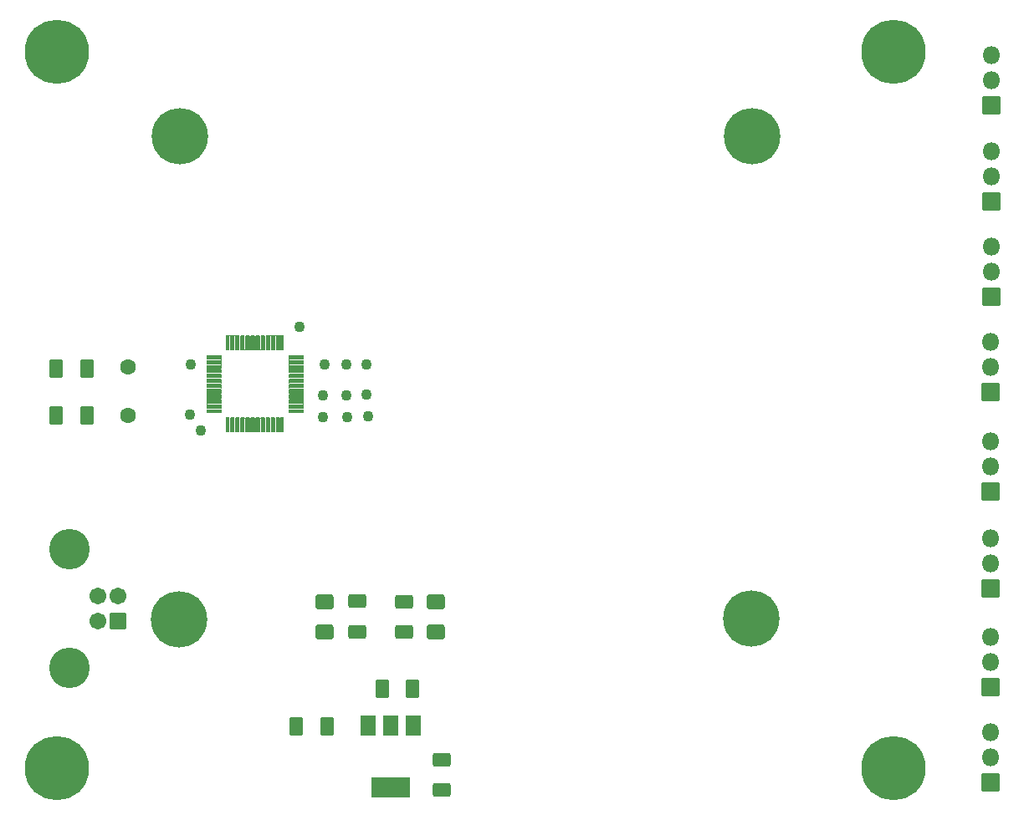
<source format=gbr>
G04 #@! TF.GenerationSoftware,KiCad,Pcbnew,6.0.5-a6ca702e91~116~ubuntu20.04.1*
G04 #@! TF.CreationDate,2022-05-19T12:12:02+02:00*
G04 #@! TF.ProjectId,octoserial,6f63746f-7365-4726-9961-6c2e6b696361,rev?*
G04 #@! TF.SameCoordinates,Original*
G04 #@! TF.FileFunction,Soldermask,Top*
G04 #@! TF.FilePolarity,Negative*
%FSLAX46Y46*%
G04 Gerber Fmt 4.6, Leading zero omitted, Abs format (unit mm)*
G04 Created by KiCad (PCBNEW 6.0.5-a6ca702e91~116~ubuntu20.04.1) date 2022-05-19 12:12:02*
%MOMM*%
%LPD*%
G01*
G04 APERTURE LIST*
G04 Aperture macros list*
%AMRoundRect*
0 Rectangle with rounded corners*
0 $1 Rounding radius*
0 $2 $3 $4 $5 $6 $7 $8 $9 X,Y pos of 4 corners*
0 Add a 4 corners polygon primitive as box body*
4,1,4,$2,$3,$4,$5,$6,$7,$8,$9,$2,$3,0*
0 Add four circle primitives for the rounded corners*
1,1,$1+$1,$2,$3*
1,1,$1+$1,$4,$5*
1,1,$1+$1,$6,$7*
1,1,$1+$1,$8,$9*
0 Add four rect primitives between the rounded corners*
20,1,$1+$1,$2,$3,$4,$5,0*
20,1,$1+$1,$4,$5,$6,$7,0*
20,1,$1+$1,$6,$7,$8,$9,0*
20,1,$1+$1,$8,$9,$2,$3,0*%
G04 Aperture macros list end*
%ADD10C,4.102000*%
%ADD11C,1.702000*%
%ADD12RoundRect,0.051000X-0.800000X0.800000X-0.800000X-0.800000X0.800000X-0.800000X0.800000X0.800000X0*%
%ADD13RoundRect,0.301000X0.625000X-0.400000X0.625000X0.400000X-0.625000X0.400000X-0.625000X-0.400000X0*%
%ADD14RoundRect,0.301000X0.412500X0.650000X-0.412500X0.650000X-0.412500X-0.650000X0.412500X-0.650000X0*%
%ADD15RoundRect,0.301000X-0.412500X-0.650000X0.412500X-0.650000X0.412500X0.650000X-0.412500X0.650000X0*%
%ADD16C,5.702000*%
%ADD17C,1.102000*%
%ADD18RoundRect,0.301001X0.624999X-0.462499X0.624999X0.462499X-0.624999X0.462499X-0.624999X-0.462499X0*%
%ADD19RoundRect,0.126000X-0.662500X-0.075000X0.662500X-0.075000X0.662500X0.075000X-0.662500X0.075000X0*%
%ADD20RoundRect,0.126000X-0.075000X-0.662500X0.075000X-0.662500X0.075000X0.662500X-0.075000X0.662500X0*%
%ADD21RoundRect,0.051000X0.850000X0.850000X-0.850000X0.850000X-0.850000X-0.850000X0.850000X-0.850000X0*%
%ADD22O,1.802000X1.802000*%
%ADD23C,6.502000*%
%ADD24C,1.602000*%
%ADD25RoundRect,0.051000X-0.750000X1.000000X-0.750000X-1.000000X0.750000X-1.000000X0.750000X1.000000X0*%
%ADD26RoundRect,0.051000X-1.900000X1.000000X-1.900000X-1.000000X1.900000X-1.000000X1.900000X1.000000X0*%
G04 APERTURE END LIST*
D10*
X48847500Y-103850000D03*
X48847500Y-91850000D03*
D11*
X51707500Y-99100000D03*
X51707500Y-96600000D03*
X53707500Y-96600000D03*
D12*
X53707500Y-99100000D03*
D13*
X86500000Y-116250000D03*
X86500000Y-113150000D03*
X77900000Y-100237500D03*
X77900000Y-97137500D03*
X82700000Y-100250000D03*
X82700000Y-97150000D03*
D14*
X50612500Y-78300000D03*
X47487500Y-78300000D03*
X50562500Y-73550000D03*
X47437500Y-73550000D03*
D15*
X80437500Y-106000000D03*
X83562500Y-106000000D03*
D14*
X74862500Y-109800000D03*
X71737500Y-109800000D03*
D16*
X59900000Y-99000000D03*
X117800000Y-98900000D03*
X117900000Y-50000000D03*
X60000000Y-50000000D03*
D17*
X79000000Y-78400000D03*
X76900000Y-78500000D03*
X62100000Y-79800000D03*
X74500000Y-78500000D03*
X61000000Y-78200000D03*
X78900000Y-76200000D03*
X76800000Y-76300000D03*
X74500000Y-76300000D03*
X78900000Y-73100000D03*
X76800000Y-73100000D03*
X74600000Y-73100000D03*
X61100000Y-73100000D03*
X72100000Y-69300000D03*
D18*
X74600000Y-100187500D03*
X74600000Y-97212500D03*
X85900000Y-100187500D03*
X85900000Y-97212500D03*
D19*
X63437500Y-72350000D03*
X63437500Y-72850000D03*
X63437500Y-73350000D03*
X63437500Y-73850000D03*
X63437500Y-74350000D03*
X63437500Y-74850000D03*
X63437500Y-75350000D03*
X63437500Y-75850000D03*
X63437500Y-76350000D03*
X63437500Y-76850000D03*
X63437500Y-77350000D03*
X63437500Y-77850000D03*
D20*
X64850000Y-79262500D03*
X65350000Y-79262500D03*
X65850000Y-79262500D03*
X66350000Y-79262500D03*
X66850000Y-79262500D03*
X67350000Y-79262500D03*
X67850000Y-79262500D03*
X68350000Y-79262500D03*
X68850000Y-79262500D03*
X69350000Y-79262500D03*
X69850000Y-79262500D03*
X70350000Y-79262500D03*
D19*
X71762500Y-77850000D03*
X71762500Y-77350000D03*
X71762500Y-76850000D03*
X71762500Y-76350000D03*
X71762500Y-75850000D03*
X71762500Y-75350000D03*
X71762500Y-74850000D03*
X71762500Y-74350000D03*
X71762500Y-73850000D03*
X71762500Y-73350000D03*
X71762500Y-72850000D03*
X71762500Y-72350000D03*
D20*
X70350000Y-70937500D03*
X69850000Y-70937500D03*
X69350000Y-70937500D03*
X68850000Y-70937500D03*
X68350000Y-70937500D03*
X67850000Y-70937500D03*
X67350000Y-70937500D03*
X66850000Y-70937500D03*
X66350000Y-70937500D03*
X65850000Y-70937500D03*
X65350000Y-70937500D03*
X64850000Y-70937500D03*
D21*
X142100000Y-46900000D03*
D22*
X142100000Y-44360000D03*
X142100000Y-41820000D03*
D21*
X142100000Y-56600000D03*
D22*
X142100000Y-54060000D03*
X142100000Y-51520000D03*
D21*
X142100000Y-66300000D03*
D22*
X142100000Y-63760000D03*
X142100000Y-61220000D03*
D21*
X142000000Y-75900000D03*
D22*
X142000000Y-73360000D03*
X142000000Y-70820000D03*
D23*
X132200000Y-114050000D03*
X47500000Y-114050000D03*
X47500000Y-41450000D03*
X132200000Y-41500000D03*
D24*
X54750000Y-73400000D03*
X54750000Y-78280000D03*
D21*
X142000000Y-86000000D03*
D22*
X142000000Y-83460000D03*
X142000000Y-80920000D03*
D21*
X142000000Y-95800000D03*
D22*
X142000000Y-93260000D03*
X142000000Y-90720000D03*
D21*
X142000000Y-105800000D03*
D22*
X142000000Y-103260000D03*
X142000000Y-100720000D03*
D21*
X142000000Y-115500000D03*
D22*
X142000000Y-112960000D03*
X142000000Y-110420000D03*
D25*
X83600000Y-109700000D03*
D26*
X81300000Y-116000000D03*
D25*
X81300000Y-109700000D03*
X79000000Y-109700000D03*
G36*
X67518693Y-78514460D02*
G01*
X67531425Y-78522967D01*
X67597789Y-78543747D01*
X67668589Y-78522958D01*
X67681307Y-78514460D01*
X67683303Y-78514329D01*
X67684414Y-78515992D01*
X67684081Y-78517234D01*
X67660476Y-78552561D01*
X67651000Y-78600199D01*
X67651000Y-79924801D01*
X67660476Y-79972439D01*
X67684081Y-80007766D01*
X67684212Y-80009762D01*
X67682549Y-80010873D01*
X67681307Y-80010540D01*
X67668575Y-80002033D01*
X67602211Y-79981253D01*
X67531411Y-80002042D01*
X67518693Y-80010540D01*
X67516697Y-80010671D01*
X67515586Y-80009008D01*
X67515919Y-80007766D01*
X67539524Y-79972439D01*
X67549000Y-79924801D01*
X67549000Y-78600199D01*
X67539524Y-78552561D01*
X67515919Y-78517234D01*
X67515788Y-78515238D01*
X67517451Y-78514127D01*
X67518693Y-78514460D01*
G37*
G36*
X66018693Y-78514460D02*
G01*
X66031425Y-78522967D01*
X66097789Y-78543747D01*
X66168589Y-78522958D01*
X66181307Y-78514460D01*
X66183303Y-78514329D01*
X66184414Y-78515992D01*
X66184081Y-78517234D01*
X66160476Y-78552561D01*
X66151000Y-78600199D01*
X66151000Y-79924801D01*
X66160476Y-79972439D01*
X66184081Y-80007766D01*
X66184212Y-80009762D01*
X66182549Y-80010873D01*
X66181307Y-80010540D01*
X66168575Y-80002033D01*
X66102211Y-79981253D01*
X66031411Y-80002042D01*
X66018693Y-80010540D01*
X66016697Y-80010671D01*
X66015586Y-80009008D01*
X66015919Y-80007766D01*
X66039524Y-79972439D01*
X66049000Y-79924801D01*
X66049000Y-78600199D01*
X66039524Y-78552561D01*
X66015919Y-78517234D01*
X66015788Y-78515238D01*
X66017451Y-78514127D01*
X66018693Y-78514460D01*
G37*
G36*
X69018693Y-78514460D02*
G01*
X69031425Y-78522967D01*
X69097789Y-78543747D01*
X69168589Y-78522958D01*
X69181307Y-78514460D01*
X69183303Y-78514329D01*
X69184414Y-78515992D01*
X69184081Y-78517234D01*
X69160476Y-78552561D01*
X69151000Y-78600199D01*
X69151000Y-79924801D01*
X69160476Y-79972439D01*
X69184081Y-80007766D01*
X69184212Y-80009762D01*
X69182549Y-80010873D01*
X69181307Y-80010540D01*
X69168575Y-80002033D01*
X69102211Y-79981253D01*
X69031411Y-80002042D01*
X69018693Y-80010540D01*
X69016697Y-80010671D01*
X69015586Y-80009008D01*
X69015919Y-80007766D01*
X69039524Y-79972439D01*
X69049000Y-79924801D01*
X69049000Y-78600199D01*
X69039524Y-78552561D01*
X69015919Y-78517234D01*
X69015788Y-78515238D01*
X69017451Y-78514127D01*
X69018693Y-78514460D01*
G37*
G36*
X69518693Y-78514460D02*
G01*
X69531425Y-78522967D01*
X69597789Y-78543747D01*
X69668589Y-78522958D01*
X69681307Y-78514460D01*
X69683303Y-78514329D01*
X69684414Y-78515992D01*
X69684081Y-78517234D01*
X69660476Y-78552561D01*
X69651000Y-78600199D01*
X69651000Y-79924801D01*
X69660476Y-79972439D01*
X69684081Y-80007766D01*
X69684212Y-80009762D01*
X69682549Y-80010873D01*
X69681307Y-80010540D01*
X69668575Y-80002033D01*
X69602211Y-79981253D01*
X69531411Y-80002042D01*
X69518693Y-80010540D01*
X69516697Y-80010671D01*
X69515586Y-80009008D01*
X69515919Y-80007766D01*
X69539524Y-79972439D01*
X69549000Y-79924801D01*
X69549000Y-78600199D01*
X69539524Y-78552561D01*
X69515919Y-78517234D01*
X69515788Y-78515238D01*
X69517451Y-78514127D01*
X69518693Y-78514460D01*
G37*
G36*
X68518693Y-78514460D02*
G01*
X68531425Y-78522967D01*
X68597789Y-78543747D01*
X68668589Y-78522958D01*
X68681307Y-78514460D01*
X68683303Y-78514329D01*
X68684414Y-78515992D01*
X68684081Y-78517234D01*
X68660476Y-78552561D01*
X68651000Y-78600199D01*
X68651000Y-79924801D01*
X68660476Y-79972439D01*
X68684081Y-80007766D01*
X68684212Y-80009762D01*
X68682549Y-80010873D01*
X68681307Y-80010540D01*
X68668575Y-80002033D01*
X68602211Y-79981253D01*
X68531411Y-80002042D01*
X68518693Y-80010540D01*
X68516697Y-80010671D01*
X68515586Y-80009008D01*
X68515919Y-80007766D01*
X68539524Y-79972439D01*
X68549000Y-79924801D01*
X68549000Y-78600199D01*
X68539524Y-78552561D01*
X68515919Y-78517234D01*
X68515788Y-78515238D01*
X68517451Y-78514127D01*
X68518693Y-78514460D01*
G37*
G36*
X66518693Y-78514460D02*
G01*
X66531425Y-78522967D01*
X66597789Y-78543747D01*
X66668589Y-78522958D01*
X66681307Y-78514460D01*
X66683303Y-78514329D01*
X66684414Y-78515992D01*
X66684081Y-78517234D01*
X66660476Y-78552561D01*
X66651000Y-78600199D01*
X66651000Y-79924801D01*
X66660476Y-79972439D01*
X66684081Y-80007766D01*
X66684212Y-80009762D01*
X66682549Y-80010873D01*
X66681307Y-80010540D01*
X66668575Y-80002033D01*
X66602211Y-79981253D01*
X66531411Y-80002042D01*
X66518693Y-80010540D01*
X66516697Y-80010671D01*
X66515586Y-80009008D01*
X66515919Y-80007766D01*
X66539524Y-79972439D01*
X66549000Y-79924801D01*
X66549000Y-78600199D01*
X66539524Y-78552561D01*
X66515919Y-78517234D01*
X66515788Y-78515238D01*
X66517451Y-78514127D01*
X66518693Y-78514460D01*
G37*
G36*
X65518693Y-78514460D02*
G01*
X65531425Y-78522967D01*
X65597789Y-78543747D01*
X65668589Y-78522958D01*
X65681307Y-78514460D01*
X65683303Y-78514329D01*
X65684414Y-78515992D01*
X65684081Y-78517234D01*
X65660476Y-78552561D01*
X65651000Y-78600199D01*
X65651000Y-79924801D01*
X65660476Y-79972439D01*
X65684081Y-80007766D01*
X65684212Y-80009762D01*
X65682549Y-80010873D01*
X65681307Y-80010540D01*
X65668575Y-80002033D01*
X65602211Y-79981253D01*
X65531411Y-80002042D01*
X65518693Y-80010540D01*
X65516697Y-80010671D01*
X65515586Y-80009008D01*
X65515919Y-80007766D01*
X65539524Y-79972439D01*
X65549000Y-79924801D01*
X65549000Y-78600199D01*
X65539524Y-78552561D01*
X65515919Y-78517234D01*
X65515788Y-78515238D01*
X65517451Y-78514127D01*
X65518693Y-78514460D01*
G37*
G36*
X70018693Y-78514460D02*
G01*
X70031425Y-78522967D01*
X70097789Y-78543747D01*
X70168589Y-78522958D01*
X70181307Y-78514460D01*
X70183303Y-78514329D01*
X70184414Y-78515992D01*
X70184081Y-78517234D01*
X70160476Y-78552561D01*
X70151000Y-78600199D01*
X70151000Y-79924801D01*
X70160476Y-79972439D01*
X70184081Y-80007766D01*
X70184212Y-80009762D01*
X70182549Y-80010873D01*
X70181307Y-80010540D01*
X70168575Y-80002033D01*
X70102211Y-79981253D01*
X70031411Y-80002042D01*
X70018693Y-80010540D01*
X70016697Y-80010671D01*
X70015586Y-80009008D01*
X70015919Y-80007766D01*
X70039524Y-79972439D01*
X70049000Y-79924801D01*
X70049000Y-78600199D01*
X70039524Y-78552561D01*
X70015919Y-78517234D01*
X70015788Y-78515238D01*
X70017451Y-78514127D01*
X70018693Y-78514460D01*
G37*
G36*
X65018693Y-78514460D02*
G01*
X65031425Y-78522967D01*
X65097789Y-78543747D01*
X65168589Y-78522958D01*
X65181307Y-78514460D01*
X65183303Y-78514329D01*
X65184414Y-78515992D01*
X65184081Y-78517234D01*
X65160476Y-78552561D01*
X65151000Y-78600199D01*
X65151000Y-79924801D01*
X65160476Y-79972439D01*
X65184081Y-80007766D01*
X65184212Y-80009762D01*
X65182549Y-80010873D01*
X65181307Y-80010540D01*
X65168575Y-80002033D01*
X65102211Y-79981253D01*
X65031411Y-80002042D01*
X65018693Y-80010540D01*
X65016697Y-80010671D01*
X65015586Y-80009008D01*
X65015919Y-80007766D01*
X65039524Y-79972439D01*
X65049000Y-79924801D01*
X65049000Y-78600199D01*
X65039524Y-78552561D01*
X65015919Y-78517234D01*
X65015788Y-78515238D01*
X65017451Y-78514127D01*
X65018693Y-78514460D01*
G37*
G36*
X68018693Y-78514460D02*
G01*
X68031425Y-78522967D01*
X68097789Y-78543747D01*
X68168589Y-78522958D01*
X68181307Y-78514460D01*
X68183303Y-78514329D01*
X68184414Y-78515992D01*
X68184081Y-78517234D01*
X68160476Y-78552561D01*
X68151000Y-78600199D01*
X68151000Y-79924801D01*
X68160476Y-79972439D01*
X68184081Y-80007766D01*
X68184212Y-80009762D01*
X68182549Y-80010873D01*
X68181307Y-80010540D01*
X68168575Y-80002033D01*
X68102211Y-79981253D01*
X68031411Y-80002042D01*
X68018693Y-80010540D01*
X68016697Y-80010671D01*
X68015586Y-80009008D01*
X68015919Y-80007766D01*
X68039524Y-79972439D01*
X68049000Y-79924801D01*
X68049000Y-78600199D01*
X68039524Y-78552561D01*
X68015919Y-78517234D01*
X68015788Y-78515238D01*
X68017451Y-78514127D01*
X68018693Y-78514460D01*
G37*
G36*
X67018693Y-78514460D02*
G01*
X67031425Y-78522967D01*
X67097789Y-78543747D01*
X67168589Y-78522958D01*
X67181307Y-78514460D01*
X67183303Y-78514329D01*
X67184414Y-78515992D01*
X67184081Y-78517234D01*
X67160476Y-78552561D01*
X67151000Y-78600199D01*
X67151000Y-79924801D01*
X67160476Y-79972439D01*
X67184081Y-80007766D01*
X67184212Y-80009762D01*
X67182549Y-80010873D01*
X67181307Y-80010540D01*
X67168575Y-80002033D01*
X67102211Y-79981253D01*
X67031411Y-80002042D01*
X67018693Y-80010540D01*
X67016697Y-80010671D01*
X67015586Y-80009008D01*
X67015919Y-80007766D01*
X67039524Y-79972439D01*
X67049000Y-79924801D01*
X67049000Y-78600199D01*
X67039524Y-78552561D01*
X67015919Y-78517234D01*
X67015788Y-78515238D01*
X67017451Y-78514127D01*
X67018693Y-78514460D01*
G37*
G36*
X62692234Y-77515919D02*
G01*
X62727561Y-77539524D01*
X62775199Y-77549000D01*
X64099801Y-77549000D01*
X64147439Y-77539524D01*
X64182766Y-77515919D01*
X64184762Y-77515788D01*
X64185873Y-77517451D01*
X64185540Y-77518693D01*
X64177033Y-77531425D01*
X64156253Y-77597789D01*
X64177042Y-77668589D01*
X64185540Y-77681307D01*
X64185671Y-77683303D01*
X64184008Y-77684414D01*
X64182766Y-77684081D01*
X64147439Y-77660476D01*
X64099801Y-77651000D01*
X62775199Y-77651000D01*
X62727561Y-77660476D01*
X62692234Y-77684081D01*
X62690238Y-77684212D01*
X62689127Y-77682549D01*
X62689460Y-77681307D01*
X62697967Y-77668575D01*
X62718747Y-77602211D01*
X62697958Y-77531411D01*
X62689460Y-77518693D01*
X62689329Y-77516697D01*
X62690992Y-77515586D01*
X62692234Y-77515919D01*
G37*
G36*
X71017234Y-77515919D02*
G01*
X71052561Y-77539524D01*
X71100199Y-77549000D01*
X72424801Y-77549000D01*
X72472439Y-77539524D01*
X72507766Y-77515919D01*
X72509762Y-77515788D01*
X72510873Y-77517451D01*
X72510540Y-77518693D01*
X72502033Y-77531425D01*
X72481253Y-77597789D01*
X72502042Y-77668589D01*
X72510540Y-77681307D01*
X72510671Y-77683303D01*
X72509008Y-77684414D01*
X72507766Y-77684081D01*
X72472439Y-77660476D01*
X72424801Y-77651000D01*
X71100199Y-77651000D01*
X71052561Y-77660476D01*
X71017234Y-77684081D01*
X71015238Y-77684212D01*
X71014127Y-77682549D01*
X71014460Y-77681307D01*
X71022967Y-77668575D01*
X71043747Y-77602211D01*
X71022958Y-77531411D01*
X71014460Y-77518693D01*
X71014329Y-77516697D01*
X71015992Y-77515586D01*
X71017234Y-77515919D01*
G37*
G36*
X62692234Y-77015919D02*
G01*
X62727561Y-77039524D01*
X62775199Y-77049000D01*
X64099801Y-77049000D01*
X64147439Y-77039524D01*
X64182766Y-77015919D01*
X64184762Y-77015788D01*
X64185873Y-77017451D01*
X64185540Y-77018693D01*
X64177033Y-77031425D01*
X64156253Y-77097789D01*
X64177042Y-77168589D01*
X64185540Y-77181307D01*
X64185671Y-77183303D01*
X64184008Y-77184414D01*
X64182766Y-77184081D01*
X64147439Y-77160476D01*
X64099801Y-77151000D01*
X62775199Y-77151000D01*
X62727561Y-77160476D01*
X62692234Y-77184081D01*
X62690238Y-77184212D01*
X62689127Y-77182549D01*
X62689460Y-77181307D01*
X62697967Y-77168575D01*
X62718747Y-77102211D01*
X62697958Y-77031411D01*
X62689460Y-77018693D01*
X62689329Y-77016697D01*
X62690992Y-77015586D01*
X62692234Y-77015919D01*
G37*
G36*
X71017234Y-77015919D02*
G01*
X71052561Y-77039524D01*
X71100199Y-77049000D01*
X72424801Y-77049000D01*
X72472439Y-77039524D01*
X72507766Y-77015919D01*
X72509762Y-77015788D01*
X72510873Y-77017451D01*
X72510540Y-77018693D01*
X72502033Y-77031425D01*
X72481253Y-77097789D01*
X72502042Y-77168589D01*
X72510540Y-77181307D01*
X72510671Y-77183303D01*
X72509008Y-77184414D01*
X72507766Y-77184081D01*
X72472439Y-77160476D01*
X72424801Y-77151000D01*
X71100199Y-77151000D01*
X71052561Y-77160476D01*
X71017234Y-77184081D01*
X71015238Y-77184212D01*
X71014127Y-77182549D01*
X71014460Y-77181307D01*
X71022967Y-77168575D01*
X71043747Y-77102211D01*
X71022958Y-77031411D01*
X71014460Y-77018693D01*
X71014329Y-77016697D01*
X71015992Y-77015586D01*
X71017234Y-77015919D01*
G37*
G36*
X62692234Y-76515919D02*
G01*
X62727561Y-76539524D01*
X62775199Y-76549000D01*
X64099801Y-76549000D01*
X64147439Y-76539524D01*
X64182766Y-76515919D01*
X64184762Y-76515788D01*
X64185873Y-76517451D01*
X64185540Y-76518693D01*
X64177033Y-76531425D01*
X64156253Y-76597789D01*
X64177042Y-76668589D01*
X64185540Y-76681307D01*
X64185671Y-76683303D01*
X64184008Y-76684414D01*
X64182766Y-76684081D01*
X64147439Y-76660476D01*
X64099801Y-76651000D01*
X62775199Y-76651000D01*
X62727561Y-76660476D01*
X62692234Y-76684081D01*
X62690238Y-76684212D01*
X62689127Y-76682549D01*
X62689460Y-76681307D01*
X62697967Y-76668575D01*
X62718747Y-76602211D01*
X62697958Y-76531411D01*
X62689460Y-76518693D01*
X62689329Y-76516697D01*
X62690992Y-76515586D01*
X62692234Y-76515919D01*
G37*
G36*
X71017234Y-76515919D02*
G01*
X71052561Y-76539524D01*
X71100199Y-76549000D01*
X72424801Y-76549000D01*
X72472439Y-76539524D01*
X72507766Y-76515919D01*
X72509762Y-76515788D01*
X72510873Y-76517451D01*
X72510540Y-76518693D01*
X72502033Y-76531425D01*
X72481253Y-76597789D01*
X72502042Y-76668589D01*
X72510540Y-76681307D01*
X72510671Y-76683303D01*
X72509008Y-76684414D01*
X72507766Y-76684081D01*
X72472439Y-76660476D01*
X72424801Y-76651000D01*
X71100199Y-76651000D01*
X71052561Y-76660476D01*
X71017234Y-76684081D01*
X71015238Y-76684212D01*
X71014127Y-76682549D01*
X71014460Y-76681307D01*
X71022967Y-76668575D01*
X71043747Y-76602211D01*
X71022958Y-76531411D01*
X71014460Y-76518693D01*
X71014329Y-76516697D01*
X71015992Y-76515586D01*
X71017234Y-76515919D01*
G37*
G36*
X62692234Y-76015919D02*
G01*
X62727561Y-76039524D01*
X62775199Y-76049000D01*
X64099801Y-76049000D01*
X64147439Y-76039524D01*
X64182766Y-76015919D01*
X64184762Y-76015788D01*
X64185873Y-76017451D01*
X64185540Y-76018693D01*
X64177033Y-76031425D01*
X64156253Y-76097789D01*
X64177042Y-76168589D01*
X64185540Y-76181307D01*
X64185671Y-76183303D01*
X64184008Y-76184414D01*
X64182766Y-76184081D01*
X64147439Y-76160476D01*
X64099801Y-76151000D01*
X62775199Y-76151000D01*
X62727561Y-76160476D01*
X62692234Y-76184081D01*
X62690238Y-76184212D01*
X62689127Y-76182549D01*
X62689460Y-76181307D01*
X62697967Y-76168575D01*
X62718747Y-76102211D01*
X62697958Y-76031411D01*
X62689460Y-76018693D01*
X62689329Y-76016697D01*
X62690992Y-76015586D01*
X62692234Y-76015919D01*
G37*
G36*
X71017234Y-76015919D02*
G01*
X71052561Y-76039524D01*
X71100199Y-76049000D01*
X72424801Y-76049000D01*
X72472439Y-76039524D01*
X72507766Y-76015919D01*
X72509762Y-76015788D01*
X72510873Y-76017451D01*
X72510540Y-76018693D01*
X72502033Y-76031425D01*
X72481253Y-76097789D01*
X72502042Y-76168589D01*
X72510540Y-76181307D01*
X72510671Y-76183303D01*
X72509008Y-76184414D01*
X72507766Y-76184081D01*
X72472439Y-76160476D01*
X72424801Y-76151000D01*
X71100199Y-76151000D01*
X71052561Y-76160476D01*
X71017234Y-76184081D01*
X71015238Y-76184212D01*
X71014127Y-76182549D01*
X71014460Y-76181307D01*
X71022967Y-76168575D01*
X71043747Y-76102211D01*
X71022958Y-76031411D01*
X71014460Y-76018693D01*
X71014329Y-76016697D01*
X71015992Y-76015586D01*
X71017234Y-76015919D01*
G37*
G36*
X62692234Y-75515919D02*
G01*
X62727561Y-75539524D01*
X62775199Y-75549000D01*
X64099801Y-75549000D01*
X64147439Y-75539524D01*
X64182766Y-75515919D01*
X64184762Y-75515788D01*
X64185873Y-75517451D01*
X64185540Y-75518693D01*
X64177033Y-75531425D01*
X64156253Y-75597789D01*
X64177042Y-75668589D01*
X64185540Y-75681307D01*
X64185671Y-75683303D01*
X64184008Y-75684414D01*
X64182766Y-75684081D01*
X64147439Y-75660476D01*
X64099801Y-75651000D01*
X62775199Y-75651000D01*
X62727561Y-75660476D01*
X62692234Y-75684081D01*
X62690238Y-75684212D01*
X62689127Y-75682549D01*
X62689460Y-75681307D01*
X62697967Y-75668575D01*
X62718747Y-75602211D01*
X62697958Y-75531411D01*
X62689460Y-75518693D01*
X62689329Y-75516697D01*
X62690992Y-75515586D01*
X62692234Y-75515919D01*
G37*
G36*
X71017234Y-75515919D02*
G01*
X71052561Y-75539524D01*
X71100199Y-75549000D01*
X72424801Y-75549000D01*
X72472439Y-75539524D01*
X72507766Y-75515919D01*
X72509762Y-75515788D01*
X72510873Y-75517451D01*
X72510540Y-75518693D01*
X72502033Y-75531425D01*
X72481253Y-75597789D01*
X72502042Y-75668589D01*
X72510540Y-75681307D01*
X72510671Y-75683303D01*
X72509008Y-75684414D01*
X72507766Y-75684081D01*
X72472439Y-75660476D01*
X72424801Y-75651000D01*
X71100199Y-75651000D01*
X71052561Y-75660476D01*
X71017234Y-75684081D01*
X71015238Y-75684212D01*
X71014127Y-75682549D01*
X71014460Y-75681307D01*
X71022967Y-75668575D01*
X71043747Y-75602211D01*
X71022958Y-75531411D01*
X71014460Y-75518693D01*
X71014329Y-75516697D01*
X71015992Y-75515586D01*
X71017234Y-75515919D01*
G37*
G36*
X62692234Y-75015919D02*
G01*
X62727561Y-75039524D01*
X62775199Y-75049000D01*
X64099801Y-75049000D01*
X64147439Y-75039524D01*
X64182766Y-75015919D01*
X64184762Y-75015788D01*
X64185873Y-75017451D01*
X64185540Y-75018693D01*
X64177033Y-75031425D01*
X64156253Y-75097789D01*
X64177042Y-75168589D01*
X64185540Y-75181307D01*
X64185671Y-75183303D01*
X64184008Y-75184414D01*
X64182766Y-75184081D01*
X64147439Y-75160476D01*
X64099801Y-75151000D01*
X62775199Y-75151000D01*
X62727561Y-75160476D01*
X62692234Y-75184081D01*
X62690238Y-75184212D01*
X62689127Y-75182549D01*
X62689460Y-75181307D01*
X62697967Y-75168575D01*
X62718747Y-75102211D01*
X62697958Y-75031411D01*
X62689460Y-75018693D01*
X62689329Y-75016697D01*
X62690992Y-75015586D01*
X62692234Y-75015919D01*
G37*
G36*
X71017234Y-75015919D02*
G01*
X71052561Y-75039524D01*
X71100199Y-75049000D01*
X72424801Y-75049000D01*
X72472439Y-75039524D01*
X72507766Y-75015919D01*
X72509762Y-75015788D01*
X72510873Y-75017451D01*
X72510540Y-75018693D01*
X72502033Y-75031425D01*
X72481253Y-75097789D01*
X72502042Y-75168589D01*
X72510540Y-75181307D01*
X72510671Y-75183303D01*
X72509008Y-75184414D01*
X72507766Y-75184081D01*
X72472439Y-75160476D01*
X72424801Y-75151000D01*
X71100199Y-75151000D01*
X71052561Y-75160476D01*
X71017234Y-75184081D01*
X71015238Y-75184212D01*
X71014127Y-75182549D01*
X71014460Y-75181307D01*
X71022967Y-75168575D01*
X71043747Y-75102211D01*
X71022958Y-75031411D01*
X71014460Y-75018693D01*
X71014329Y-75016697D01*
X71015992Y-75015586D01*
X71017234Y-75015919D01*
G37*
G36*
X62692234Y-74515919D02*
G01*
X62727561Y-74539524D01*
X62775199Y-74549000D01*
X64099801Y-74549000D01*
X64147439Y-74539524D01*
X64182766Y-74515919D01*
X64184762Y-74515788D01*
X64185873Y-74517451D01*
X64185540Y-74518693D01*
X64177033Y-74531425D01*
X64156253Y-74597789D01*
X64177042Y-74668589D01*
X64185540Y-74681307D01*
X64185671Y-74683303D01*
X64184008Y-74684414D01*
X64182766Y-74684081D01*
X64147439Y-74660476D01*
X64099801Y-74651000D01*
X62775199Y-74651000D01*
X62727561Y-74660476D01*
X62692234Y-74684081D01*
X62690238Y-74684212D01*
X62689127Y-74682549D01*
X62689460Y-74681307D01*
X62697967Y-74668575D01*
X62718747Y-74602211D01*
X62697958Y-74531411D01*
X62689460Y-74518693D01*
X62689329Y-74516697D01*
X62690992Y-74515586D01*
X62692234Y-74515919D01*
G37*
G36*
X71017234Y-74515919D02*
G01*
X71052561Y-74539524D01*
X71100199Y-74549000D01*
X72424801Y-74549000D01*
X72472439Y-74539524D01*
X72507766Y-74515919D01*
X72509762Y-74515788D01*
X72510873Y-74517451D01*
X72510540Y-74518693D01*
X72502033Y-74531425D01*
X72481253Y-74597789D01*
X72502042Y-74668589D01*
X72510540Y-74681307D01*
X72510671Y-74683303D01*
X72509008Y-74684414D01*
X72507766Y-74684081D01*
X72472439Y-74660476D01*
X72424801Y-74651000D01*
X71100199Y-74651000D01*
X71052561Y-74660476D01*
X71017234Y-74684081D01*
X71015238Y-74684212D01*
X71014127Y-74682549D01*
X71014460Y-74681307D01*
X71022967Y-74668575D01*
X71043747Y-74602211D01*
X71022958Y-74531411D01*
X71014460Y-74518693D01*
X71014329Y-74516697D01*
X71015992Y-74515586D01*
X71017234Y-74515919D01*
G37*
G36*
X71017234Y-74015919D02*
G01*
X71052561Y-74039524D01*
X71100199Y-74049000D01*
X72424801Y-74049000D01*
X72472439Y-74039524D01*
X72507766Y-74015919D01*
X72509762Y-74015788D01*
X72510873Y-74017451D01*
X72510540Y-74018693D01*
X72502033Y-74031425D01*
X72481253Y-74097789D01*
X72502042Y-74168589D01*
X72510540Y-74181307D01*
X72510671Y-74183303D01*
X72509008Y-74184414D01*
X72507766Y-74184081D01*
X72472439Y-74160476D01*
X72424801Y-74151000D01*
X71100199Y-74151000D01*
X71052561Y-74160476D01*
X71017234Y-74184081D01*
X71015238Y-74184212D01*
X71014127Y-74182549D01*
X71014460Y-74181307D01*
X71022967Y-74168575D01*
X71043747Y-74102211D01*
X71022958Y-74031411D01*
X71014460Y-74018693D01*
X71014329Y-74016697D01*
X71015992Y-74015586D01*
X71017234Y-74015919D01*
G37*
G36*
X62692234Y-74015919D02*
G01*
X62727561Y-74039524D01*
X62775199Y-74049000D01*
X64099801Y-74049000D01*
X64147439Y-74039524D01*
X64182766Y-74015919D01*
X64184762Y-74015788D01*
X64185873Y-74017451D01*
X64185540Y-74018693D01*
X64177033Y-74031425D01*
X64156253Y-74097789D01*
X64177042Y-74168589D01*
X64185540Y-74181307D01*
X64185671Y-74183303D01*
X64184008Y-74184414D01*
X64182766Y-74184081D01*
X64147439Y-74160476D01*
X64099801Y-74151000D01*
X62775199Y-74151000D01*
X62727561Y-74160476D01*
X62692234Y-74184081D01*
X62690238Y-74184212D01*
X62689127Y-74182549D01*
X62689460Y-74181307D01*
X62697967Y-74168575D01*
X62718747Y-74102211D01*
X62697958Y-74031411D01*
X62689460Y-74018693D01*
X62689329Y-74016697D01*
X62690992Y-74015586D01*
X62692234Y-74015919D01*
G37*
G36*
X71017234Y-73515919D02*
G01*
X71052561Y-73539524D01*
X71100199Y-73549000D01*
X72424801Y-73549000D01*
X72472439Y-73539524D01*
X72507766Y-73515919D01*
X72509762Y-73515788D01*
X72510873Y-73517451D01*
X72510540Y-73518693D01*
X72502033Y-73531425D01*
X72481253Y-73597789D01*
X72502042Y-73668589D01*
X72510540Y-73681307D01*
X72510671Y-73683303D01*
X72509008Y-73684414D01*
X72507766Y-73684081D01*
X72472439Y-73660476D01*
X72424801Y-73651000D01*
X71100199Y-73651000D01*
X71052561Y-73660476D01*
X71017234Y-73684081D01*
X71015238Y-73684212D01*
X71014127Y-73682549D01*
X71014460Y-73681307D01*
X71022967Y-73668575D01*
X71043747Y-73602211D01*
X71022958Y-73531411D01*
X71014460Y-73518693D01*
X71014329Y-73516697D01*
X71015992Y-73515586D01*
X71017234Y-73515919D01*
G37*
G36*
X62692234Y-73515919D02*
G01*
X62727561Y-73539524D01*
X62775199Y-73549000D01*
X64099801Y-73549000D01*
X64147439Y-73539524D01*
X64182766Y-73515919D01*
X64184762Y-73515788D01*
X64185873Y-73517451D01*
X64185540Y-73518693D01*
X64177033Y-73531425D01*
X64156253Y-73597789D01*
X64177042Y-73668589D01*
X64185540Y-73681307D01*
X64185671Y-73683303D01*
X64184008Y-73684414D01*
X64182766Y-73684081D01*
X64147439Y-73660476D01*
X64099801Y-73651000D01*
X62775199Y-73651000D01*
X62727561Y-73660476D01*
X62692234Y-73684081D01*
X62690238Y-73684212D01*
X62689127Y-73682549D01*
X62689460Y-73681307D01*
X62697967Y-73668575D01*
X62718747Y-73602211D01*
X62697958Y-73531411D01*
X62689460Y-73518693D01*
X62689329Y-73516697D01*
X62690992Y-73515586D01*
X62692234Y-73515919D01*
G37*
G36*
X71017234Y-73015919D02*
G01*
X71052561Y-73039524D01*
X71100199Y-73049000D01*
X72424801Y-73049000D01*
X72472439Y-73039524D01*
X72507766Y-73015919D01*
X72509762Y-73015788D01*
X72510873Y-73017451D01*
X72510540Y-73018693D01*
X72502033Y-73031425D01*
X72481253Y-73097789D01*
X72502042Y-73168589D01*
X72510540Y-73181307D01*
X72510671Y-73183303D01*
X72509008Y-73184414D01*
X72507766Y-73184081D01*
X72472439Y-73160476D01*
X72424801Y-73151000D01*
X71100199Y-73151000D01*
X71052561Y-73160476D01*
X71017234Y-73184081D01*
X71015238Y-73184212D01*
X71014127Y-73182549D01*
X71014460Y-73181307D01*
X71022967Y-73168575D01*
X71043747Y-73102211D01*
X71022958Y-73031411D01*
X71014460Y-73018693D01*
X71014329Y-73016697D01*
X71015992Y-73015586D01*
X71017234Y-73015919D01*
G37*
G36*
X62692234Y-73015919D02*
G01*
X62727561Y-73039524D01*
X62775199Y-73049000D01*
X64099801Y-73049000D01*
X64147439Y-73039524D01*
X64182766Y-73015919D01*
X64184762Y-73015788D01*
X64185873Y-73017451D01*
X64185540Y-73018693D01*
X64177033Y-73031425D01*
X64156253Y-73097789D01*
X64177042Y-73168589D01*
X64185540Y-73181307D01*
X64185671Y-73183303D01*
X64184008Y-73184414D01*
X64182766Y-73184081D01*
X64147439Y-73160476D01*
X64099801Y-73151000D01*
X62775199Y-73151000D01*
X62727561Y-73160476D01*
X62692234Y-73184081D01*
X62690238Y-73184212D01*
X62689127Y-73182549D01*
X62689460Y-73181307D01*
X62697967Y-73168575D01*
X62718747Y-73102211D01*
X62697958Y-73031411D01*
X62689460Y-73018693D01*
X62689329Y-73016697D01*
X62690992Y-73015586D01*
X62692234Y-73015919D01*
G37*
G36*
X62692234Y-72515919D02*
G01*
X62727561Y-72539524D01*
X62775199Y-72549000D01*
X64099801Y-72549000D01*
X64147439Y-72539524D01*
X64182766Y-72515919D01*
X64184762Y-72515788D01*
X64185873Y-72517451D01*
X64185540Y-72518693D01*
X64177033Y-72531425D01*
X64156253Y-72597789D01*
X64177042Y-72668589D01*
X64185540Y-72681307D01*
X64185671Y-72683303D01*
X64184008Y-72684414D01*
X64182766Y-72684081D01*
X64147439Y-72660476D01*
X64099801Y-72651000D01*
X62775199Y-72651000D01*
X62727561Y-72660476D01*
X62692234Y-72684081D01*
X62690238Y-72684212D01*
X62689127Y-72682549D01*
X62689460Y-72681307D01*
X62697967Y-72668575D01*
X62718747Y-72602211D01*
X62697958Y-72531411D01*
X62689460Y-72518693D01*
X62689329Y-72516697D01*
X62690992Y-72515586D01*
X62692234Y-72515919D01*
G37*
G36*
X71017234Y-72515919D02*
G01*
X71052561Y-72539524D01*
X71100199Y-72549000D01*
X72424801Y-72549000D01*
X72472439Y-72539524D01*
X72507766Y-72515919D01*
X72509762Y-72515788D01*
X72510873Y-72517451D01*
X72510540Y-72518693D01*
X72502033Y-72531425D01*
X72481253Y-72597789D01*
X72502042Y-72668589D01*
X72510540Y-72681307D01*
X72510671Y-72683303D01*
X72509008Y-72684414D01*
X72507766Y-72684081D01*
X72472439Y-72660476D01*
X72424801Y-72651000D01*
X71100199Y-72651000D01*
X71052561Y-72660476D01*
X71017234Y-72684081D01*
X71015238Y-72684212D01*
X71014127Y-72682549D01*
X71014460Y-72681307D01*
X71022967Y-72668575D01*
X71043747Y-72602211D01*
X71022958Y-72531411D01*
X71014460Y-72518693D01*
X71014329Y-72516697D01*
X71015992Y-72515586D01*
X71017234Y-72515919D01*
G37*
G36*
X66518693Y-70189460D02*
G01*
X66531425Y-70197967D01*
X66597789Y-70218747D01*
X66668589Y-70197958D01*
X66681307Y-70189460D01*
X66683303Y-70189329D01*
X66684414Y-70190992D01*
X66684081Y-70192234D01*
X66660476Y-70227561D01*
X66651000Y-70275199D01*
X66651000Y-71599801D01*
X66660476Y-71647439D01*
X66684081Y-71682766D01*
X66684212Y-71684762D01*
X66682549Y-71685873D01*
X66681307Y-71685540D01*
X66668575Y-71677033D01*
X66602211Y-71656253D01*
X66531411Y-71677042D01*
X66518693Y-71685540D01*
X66516697Y-71685671D01*
X66515586Y-71684008D01*
X66515919Y-71682766D01*
X66539524Y-71647439D01*
X66549000Y-71599801D01*
X66549000Y-70275199D01*
X66539524Y-70227561D01*
X66515919Y-70192234D01*
X66515788Y-70190238D01*
X66517451Y-70189127D01*
X66518693Y-70189460D01*
G37*
G36*
X68518693Y-70189460D02*
G01*
X68531425Y-70197967D01*
X68597789Y-70218747D01*
X68668589Y-70197958D01*
X68681307Y-70189460D01*
X68683303Y-70189329D01*
X68684414Y-70190992D01*
X68684081Y-70192234D01*
X68660476Y-70227561D01*
X68651000Y-70275199D01*
X68651000Y-71599801D01*
X68660476Y-71647439D01*
X68684081Y-71682766D01*
X68684212Y-71684762D01*
X68682549Y-71685873D01*
X68681307Y-71685540D01*
X68668575Y-71677033D01*
X68602211Y-71656253D01*
X68531411Y-71677042D01*
X68518693Y-71685540D01*
X68516697Y-71685671D01*
X68515586Y-71684008D01*
X68515919Y-71682766D01*
X68539524Y-71647439D01*
X68549000Y-71599801D01*
X68549000Y-70275199D01*
X68539524Y-70227561D01*
X68515919Y-70192234D01*
X68515788Y-70190238D01*
X68517451Y-70189127D01*
X68518693Y-70189460D01*
G37*
G36*
X69018693Y-70189460D02*
G01*
X69031425Y-70197967D01*
X69097789Y-70218747D01*
X69168589Y-70197958D01*
X69181307Y-70189460D01*
X69183303Y-70189329D01*
X69184414Y-70190992D01*
X69184081Y-70192234D01*
X69160476Y-70227561D01*
X69151000Y-70275199D01*
X69151000Y-71599801D01*
X69160476Y-71647439D01*
X69184081Y-71682766D01*
X69184212Y-71684762D01*
X69182549Y-71685873D01*
X69181307Y-71685540D01*
X69168575Y-71677033D01*
X69102211Y-71656253D01*
X69031411Y-71677042D01*
X69018693Y-71685540D01*
X69016697Y-71685671D01*
X69015586Y-71684008D01*
X69015919Y-71682766D01*
X69039524Y-71647439D01*
X69049000Y-71599801D01*
X69049000Y-70275199D01*
X69039524Y-70227561D01*
X69015919Y-70192234D01*
X69015788Y-70190238D01*
X69017451Y-70189127D01*
X69018693Y-70189460D01*
G37*
G36*
X67518693Y-70189460D02*
G01*
X67531425Y-70197967D01*
X67597789Y-70218747D01*
X67668589Y-70197958D01*
X67681307Y-70189460D01*
X67683303Y-70189329D01*
X67684414Y-70190992D01*
X67684081Y-70192234D01*
X67660476Y-70227561D01*
X67651000Y-70275199D01*
X67651000Y-71599801D01*
X67660476Y-71647439D01*
X67684081Y-71682766D01*
X67684212Y-71684762D01*
X67682549Y-71685873D01*
X67681307Y-71685540D01*
X67668575Y-71677033D01*
X67602211Y-71656253D01*
X67531411Y-71677042D01*
X67518693Y-71685540D01*
X67516697Y-71685671D01*
X67515586Y-71684008D01*
X67515919Y-71682766D01*
X67539524Y-71647439D01*
X67549000Y-71599801D01*
X67549000Y-70275199D01*
X67539524Y-70227561D01*
X67515919Y-70192234D01*
X67515788Y-70190238D01*
X67517451Y-70189127D01*
X67518693Y-70189460D01*
G37*
G36*
X66018693Y-70189460D02*
G01*
X66031425Y-70197967D01*
X66097789Y-70218747D01*
X66168589Y-70197958D01*
X66181307Y-70189460D01*
X66183303Y-70189329D01*
X66184414Y-70190992D01*
X66184081Y-70192234D01*
X66160476Y-70227561D01*
X66151000Y-70275199D01*
X66151000Y-71599801D01*
X66160476Y-71647439D01*
X66184081Y-71682766D01*
X66184212Y-71684762D01*
X66182549Y-71685873D01*
X66181307Y-71685540D01*
X66168575Y-71677033D01*
X66102211Y-71656253D01*
X66031411Y-71677042D01*
X66018693Y-71685540D01*
X66016697Y-71685671D01*
X66015586Y-71684008D01*
X66015919Y-71682766D01*
X66039524Y-71647439D01*
X66049000Y-71599801D01*
X66049000Y-70275199D01*
X66039524Y-70227561D01*
X66015919Y-70192234D01*
X66015788Y-70190238D01*
X66017451Y-70189127D01*
X66018693Y-70189460D01*
G37*
G36*
X67018693Y-70189460D02*
G01*
X67031425Y-70197967D01*
X67097789Y-70218747D01*
X67168589Y-70197958D01*
X67181307Y-70189460D01*
X67183303Y-70189329D01*
X67184414Y-70190992D01*
X67184081Y-70192234D01*
X67160476Y-70227561D01*
X67151000Y-70275199D01*
X67151000Y-71599801D01*
X67160476Y-71647439D01*
X67184081Y-71682766D01*
X67184212Y-71684762D01*
X67182549Y-71685873D01*
X67181307Y-71685540D01*
X67168575Y-71677033D01*
X67102211Y-71656253D01*
X67031411Y-71677042D01*
X67018693Y-71685540D01*
X67016697Y-71685671D01*
X67015586Y-71684008D01*
X67015919Y-71682766D01*
X67039524Y-71647439D01*
X67049000Y-71599801D01*
X67049000Y-70275199D01*
X67039524Y-70227561D01*
X67015919Y-70192234D01*
X67015788Y-70190238D01*
X67017451Y-70189127D01*
X67018693Y-70189460D01*
G37*
G36*
X69518693Y-70189460D02*
G01*
X69531425Y-70197967D01*
X69597789Y-70218747D01*
X69668589Y-70197958D01*
X69681307Y-70189460D01*
X69683303Y-70189329D01*
X69684414Y-70190992D01*
X69684081Y-70192234D01*
X69660476Y-70227561D01*
X69651000Y-70275199D01*
X69651000Y-71599801D01*
X69660476Y-71647439D01*
X69684081Y-71682766D01*
X69684212Y-71684762D01*
X69682549Y-71685873D01*
X69681307Y-71685540D01*
X69668575Y-71677033D01*
X69602211Y-71656253D01*
X69531411Y-71677042D01*
X69518693Y-71685540D01*
X69516697Y-71685671D01*
X69515586Y-71684008D01*
X69515919Y-71682766D01*
X69539524Y-71647439D01*
X69549000Y-71599801D01*
X69549000Y-70275199D01*
X69539524Y-70227561D01*
X69515919Y-70192234D01*
X69515788Y-70190238D01*
X69517451Y-70189127D01*
X69518693Y-70189460D01*
G37*
G36*
X68018693Y-70189460D02*
G01*
X68031425Y-70197967D01*
X68097789Y-70218747D01*
X68168589Y-70197958D01*
X68181307Y-70189460D01*
X68183303Y-70189329D01*
X68184414Y-70190992D01*
X68184081Y-70192234D01*
X68160476Y-70227561D01*
X68151000Y-70275199D01*
X68151000Y-71599801D01*
X68160476Y-71647439D01*
X68184081Y-71682766D01*
X68184212Y-71684762D01*
X68182549Y-71685873D01*
X68181307Y-71685540D01*
X68168575Y-71677033D01*
X68102211Y-71656253D01*
X68031411Y-71677042D01*
X68018693Y-71685540D01*
X68016697Y-71685671D01*
X68015586Y-71684008D01*
X68015919Y-71682766D01*
X68039524Y-71647439D01*
X68049000Y-71599801D01*
X68049000Y-70275199D01*
X68039524Y-70227561D01*
X68015919Y-70192234D01*
X68015788Y-70190238D01*
X68017451Y-70189127D01*
X68018693Y-70189460D01*
G37*
G36*
X65518693Y-70189460D02*
G01*
X65531425Y-70197967D01*
X65597789Y-70218747D01*
X65668589Y-70197958D01*
X65681307Y-70189460D01*
X65683303Y-70189329D01*
X65684414Y-70190992D01*
X65684081Y-70192234D01*
X65660476Y-70227561D01*
X65651000Y-70275199D01*
X65651000Y-71599801D01*
X65660476Y-71647439D01*
X65684081Y-71682766D01*
X65684212Y-71684762D01*
X65682549Y-71685873D01*
X65681307Y-71685540D01*
X65668575Y-71677033D01*
X65602211Y-71656253D01*
X65531411Y-71677042D01*
X65518693Y-71685540D01*
X65516697Y-71685671D01*
X65515586Y-71684008D01*
X65515919Y-71682766D01*
X65539524Y-71647439D01*
X65549000Y-71599801D01*
X65549000Y-70275199D01*
X65539524Y-70227561D01*
X65515919Y-70192234D01*
X65515788Y-70190238D01*
X65517451Y-70189127D01*
X65518693Y-70189460D01*
G37*
G36*
X65018693Y-70189460D02*
G01*
X65031425Y-70197967D01*
X65097789Y-70218747D01*
X65168589Y-70197958D01*
X65181307Y-70189460D01*
X65183303Y-70189329D01*
X65184414Y-70190992D01*
X65184081Y-70192234D01*
X65160476Y-70227561D01*
X65151000Y-70275199D01*
X65151000Y-71599801D01*
X65160476Y-71647439D01*
X65184081Y-71682766D01*
X65184212Y-71684762D01*
X65182549Y-71685873D01*
X65181307Y-71685540D01*
X65168575Y-71677033D01*
X65102211Y-71656253D01*
X65031411Y-71677042D01*
X65018693Y-71685540D01*
X65016697Y-71685671D01*
X65015586Y-71684008D01*
X65015919Y-71682766D01*
X65039524Y-71647439D01*
X65049000Y-71599801D01*
X65049000Y-70275199D01*
X65039524Y-70227561D01*
X65015919Y-70192234D01*
X65015788Y-70190238D01*
X65017451Y-70189127D01*
X65018693Y-70189460D01*
G37*
G36*
X70018693Y-70189460D02*
G01*
X70031425Y-70197967D01*
X70097789Y-70218747D01*
X70168589Y-70197958D01*
X70181307Y-70189460D01*
X70183303Y-70189329D01*
X70184414Y-70190992D01*
X70184081Y-70192234D01*
X70160476Y-70227561D01*
X70151000Y-70275199D01*
X70151000Y-71599801D01*
X70160476Y-71647439D01*
X70184081Y-71682766D01*
X70184212Y-71684762D01*
X70182549Y-71685873D01*
X70181307Y-71685540D01*
X70168575Y-71677033D01*
X70102211Y-71656253D01*
X70031411Y-71677042D01*
X70018693Y-71685540D01*
X70016697Y-71685671D01*
X70015586Y-71684008D01*
X70015919Y-71682766D01*
X70039524Y-71647439D01*
X70049000Y-71599801D01*
X70049000Y-70275199D01*
X70039524Y-70227561D01*
X70015919Y-70192234D01*
X70015788Y-70190238D01*
X70017451Y-70189127D01*
X70018693Y-70189460D01*
G37*
M02*

</source>
